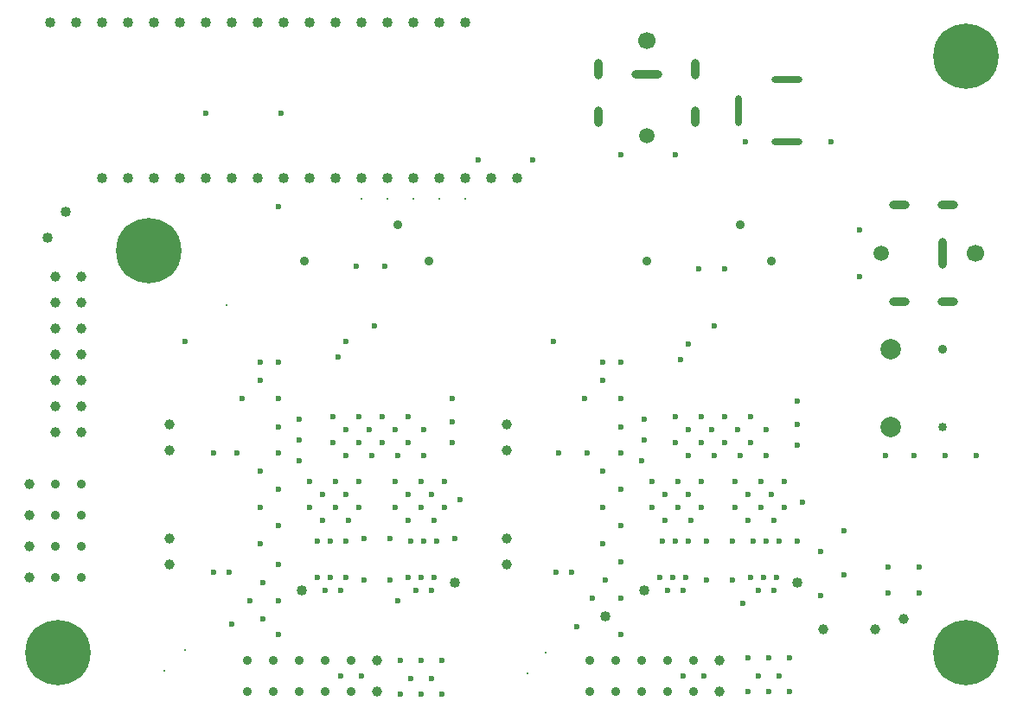
<source format=gbr>
G04 Generated by Ultiboard 13.0 *
%FSLAX25Y25*%
%MOIN*%

%ADD11O,0.02756X0.11811*%
%ADD12O,0.11811X0.02756*%
%ADD13C,0.04000*%
%ADD14C,0.25197*%
%ADD15C,0.02362*%
%ADD16C,0.03500*%
%ADD17C,0.03333*%
%ADD18C,0.03917*%
%ADD19C,0.07874*%
%ADD20C,0.00700*%
%ADD21C,0.03937*%
%ADD22C,0.05906*%
%ADD23C,0.06693*%
%ADD24O,0.03150X0.11811*%
%ADD25O,0.07874X0.03150*%
%ADD26O,0.03150X0.07874*%
%ADD27O,0.11811X0.03150*%


G04 ColorRGB 000000 for the following layer *
%LNDrill-Copper Top-Copper Bottom*%
%LPD*%
G54D11*
X287206Y233800D03*
G54D12*
X306106Y222000D03*
X306106Y246000D03*
G54D13*
X42000Y208000D03*
X52000Y208000D03*
X62000Y208000D03*
X72000Y208000D03*
X82000Y208000D03*
X92000Y208000D03*
X102000Y208000D03*
X112000Y208000D03*
X122000Y208000D03*
X132000Y208000D03*
X142000Y208000D03*
X152000Y208000D03*
X162000Y208000D03*
X172000Y208000D03*
X182000Y208000D03*
X192000Y208000D03*
X202000Y208000D03*
X22000Y268000D03*
X32000Y268000D03*
X42000Y268000D03*
X52000Y268000D03*
X62000Y268000D03*
X72000Y268000D03*
X82000Y268000D03*
X92000Y268000D03*
X102000Y268000D03*
X112000Y268000D03*
X122000Y268000D03*
X132000Y268000D03*
X142000Y268000D03*
X152000Y268000D03*
X162000Y268000D03*
X172000Y268000D03*
X182000Y268000D03*
X28000Y195000D03*
X21000Y185000D03*
X178000Y52000D03*
X119000Y49000D03*
X236000Y39000D03*
X251000Y49000D03*
X310000Y52000D03*
G54D14*
X25000Y25000D03*
X375000Y25000D03*
X375000Y255000D03*
X60000Y180000D03*
G54D15*
X104000Y38000D03*
X110000Y45000D03*
X128000Y49000D03*
X134000Y49000D03*
X163000Y49000D03*
X169000Y49000D03*
X242000Y46000D03*
X260000Y49000D03*
X266000Y49000D03*
X295000Y49000D03*
X301000Y49000D03*
X85000Y56000D03*
X91000Y56000D03*
X104000Y52000D03*
X125000Y54000D03*
X130000Y54000D03*
X136000Y54000D03*
X160000Y54000D03*
X165000Y54000D03*
X170000Y54000D03*
X217000Y56000D03*
X223000Y56000D03*
X236000Y53000D03*
X257000Y54000D03*
X262000Y54000D03*
X267000Y54000D03*
X292000Y54000D03*
X297000Y54000D03*
X302000Y54000D03*
X110000Y59000D03*
X242000Y60000D03*
X103000Y67000D03*
X125000Y68000D03*
X130000Y68000D03*
X136000Y68000D03*
X161000Y68000D03*
X166000Y68000D03*
X171000Y68000D03*
X235000Y67000D03*
X258000Y68000D03*
X263000Y68000D03*
X268000Y68000D03*
X293000Y68000D03*
X298000Y68000D03*
X303000Y68000D03*
X103000Y81000D03*
X110000Y74000D03*
X235000Y81000D03*
X242000Y74000D03*
X110000Y88000D03*
X242000Y88000D03*
X103000Y95000D03*
X235000Y95000D03*
X110000Y102000D03*
X242000Y102000D03*
X110000Y123000D03*
X242000Y123000D03*
X103000Y130000D03*
X235000Y130000D03*
X103000Y137000D03*
X110000Y137000D03*
X133000Y139000D03*
X242000Y137000D03*
X265000Y138000D03*
X268000Y144000D03*
X136000Y145000D03*
X147000Y151000D03*
X216000Y145000D03*
X278000Y151000D03*
X140000Y174000D03*
X151000Y174000D03*
X272000Y173000D03*
X282000Y173000D03*
X110000Y197000D03*
X82000Y233000D03*
X111000Y233000D03*
X208000Y215000D03*
X187000Y215000D03*
X235000Y137000D03*
X319000Y47000D03*
X328000Y55000D03*
X319000Y64000D03*
X328000Y72000D03*
X291000Y23000D03*
X299000Y23000D03*
X307000Y23000D03*
X295000Y16000D03*
X303000Y16000D03*
X291000Y10000D03*
X299000Y10000D03*
X307000Y10000D03*
X310000Y68000D03*
X312000Y83000D03*
X310000Y105000D03*
X310000Y113000D03*
X310000Y122000D03*
X289000Y44000D03*
X285000Y53000D03*
X285000Y68000D03*
X242000Y112000D03*
X242000Y32000D03*
X225000Y35000D03*
X231000Y46000D03*
X110000Y32000D03*
X99000Y45000D03*
X92000Y36000D03*
X110000Y112000D03*
X96000Y123000D03*
X228000Y123000D03*
X94000Y102000D03*
X85000Y102000D03*
X229000Y102000D03*
X218000Y102000D03*
X251000Y115000D03*
X251000Y107000D03*
X250000Y99000D03*
X275000Y68000D03*
X275000Y53000D03*
X177000Y123000D03*
X177000Y114000D03*
X177000Y106000D03*
X156000Y45000D03*
X180000Y84000D03*
X153000Y69000D03*
X153000Y53000D03*
X178000Y69000D03*
X118000Y115000D03*
X118000Y107000D03*
X118000Y99000D03*
X143000Y69000D03*
X143000Y53000D03*
X174000Y91000D03*
X160000Y76000D03*
X170000Y76000D03*
X174000Y81000D03*
X165000Y91000D03*
X155000Y91000D03*
X160000Y86000D03*
X169000Y86000D03*
X155000Y81000D03*
X165000Y81000D03*
X127000Y76000D03*
X122000Y81000D03*
X132000Y81000D03*
X137000Y76000D03*
X141000Y81000D03*
X127000Y86000D03*
X136000Y86000D03*
X122000Y91000D03*
X132000Y91000D03*
X141000Y91000D03*
X259000Y76000D03*
X254000Y81000D03*
X264000Y81000D03*
X269000Y76000D03*
X273000Y81000D03*
X259000Y86000D03*
X268000Y86000D03*
X254000Y91000D03*
X264000Y91000D03*
X273000Y91000D03*
X291000Y76000D03*
X286000Y81000D03*
X296000Y81000D03*
X301000Y76000D03*
X305000Y81000D03*
X291000Y86000D03*
X300000Y86000D03*
X286000Y91000D03*
X296000Y91000D03*
X305000Y91000D03*
X268000Y101000D03*
X263000Y106000D03*
X273000Y106000D03*
X278000Y101000D03*
X282000Y106000D03*
X268000Y111000D03*
X277000Y111000D03*
X263000Y116000D03*
X273000Y116000D03*
X282000Y116000D03*
X136000Y101000D03*
X131000Y106000D03*
X141000Y106000D03*
X146000Y101000D03*
X150000Y106000D03*
X136000Y111000D03*
X145000Y111000D03*
X131000Y116000D03*
X141000Y116000D03*
X150000Y116000D03*
X156000Y101000D03*
X160000Y106000D03*
X155000Y111000D03*
X160000Y116000D03*
X166000Y111000D03*
X166000Y101000D03*
X288000Y101000D03*
X298000Y101000D03*
X292000Y106000D03*
X287000Y111000D03*
X298000Y111000D03*
X292000Y116000D03*
X157000Y9000D03*
X161000Y15000D03*
X165000Y9000D03*
X169000Y15000D03*
X173000Y9000D03*
X157000Y22000D03*
X165000Y22000D03*
X173000Y22000D03*
X242000Y217000D03*
X263000Y217000D03*
X290000Y222000D03*
X323000Y222000D03*
X334000Y188000D03*
X334000Y170000D03*
X344000Y101000D03*
X355000Y101000D03*
X367000Y101000D03*
X379000Y101000D03*
X134000Y16000D03*
X266000Y16000D03*
X142000Y16000D03*
X274000Y16000D03*
X74000Y145000D03*
X357000Y58000D03*
X345000Y58000D03*
X357000Y48000D03*
X345000Y48000D03*
G54D16*
X168000Y176000D03*
X156000Y190000D03*
X252000Y176000D03*
X366000Y142000D03*
X24000Y66000D03*
X34000Y66000D03*
X24000Y78000D03*
X34000Y78000D03*
X24000Y90000D03*
X34000Y90000D03*
X24000Y54000D03*
X34000Y54000D03*
X138000Y10000D03*
X128000Y10000D03*
X108000Y10000D03*
X118000Y10000D03*
X98000Y10000D03*
X138000Y22000D03*
X128000Y22000D03*
X108000Y22000D03*
X118000Y22000D03*
X98000Y22000D03*
X270000Y10000D03*
X260000Y10000D03*
X240000Y10000D03*
X250000Y10000D03*
X230000Y10000D03*
X270000Y22000D03*
X260000Y22000D03*
X240000Y22000D03*
X250000Y22000D03*
X230000Y22000D03*
X120000Y176000D03*
X300000Y176000D03*
X288000Y190000D03*
G54D17*
X366000Y112000D03*
G54D18*
X14000Y66000D03*
X14000Y78000D03*
X14000Y90000D03*
X14000Y54000D03*
X148000Y10000D03*
X148000Y22000D03*
X280000Y10000D03*
X280000Y22000D03*
G54D19*
X346000Y112000D03*
X346000Y142000D03*
G54D20*
X142000Y200000D03*
X152000Y200000D03*
X162000Y200000D03*
X172000Y200000D03*
X182000Y200000D03*
X74000Y26000D03*
X66000Y18000D03*
X213000Y25000D03*
X206000Y17000D03*
X90000Y159000D03*
G54D21*
X320000Y34000D03*
X340000Y34000D03*
X351000Y38000D03*
X34000Y160000D03*
X24000Y160000D03*
X34000Y170000D03*
X24000Y170000D03*
X34000Y130000D03*
X24000Y130000D03*
X34000Y140000D03*
X24000Y140000D03*
X34000Y150000D03*
X24000Y150000D03*
X34000Y110000D03*
X24000Y110000D03*
X34000Y120000D03*
X24000Y120000D03*
X68000Y59000D03*
X68000Y69000D03*
X68000Y113000D03*
X68000Y103000D03*
X198000Y59000D03*
X198000Y69000D03*
X198000Y113000D03*
X198000Y103000D03*
G54D22*
X342378Y179000D03*
X252000Y224378D03*
G54D23*
X378795Y179000D03*
X252000Y260795D03*
G54D24*
X366000Y179000D03*
G54D25*
X367969Y197701D03*
X349465Y160299D03*
X349465Y197701D03*
X367969Y160299D03*
G54D26*
X233299Y249969D03*
X270701Y231465D03*
X233299Y231465D03*
X270701Y249969D03*
G54D27*
X252000Y248000D03*

M02*

</source>
